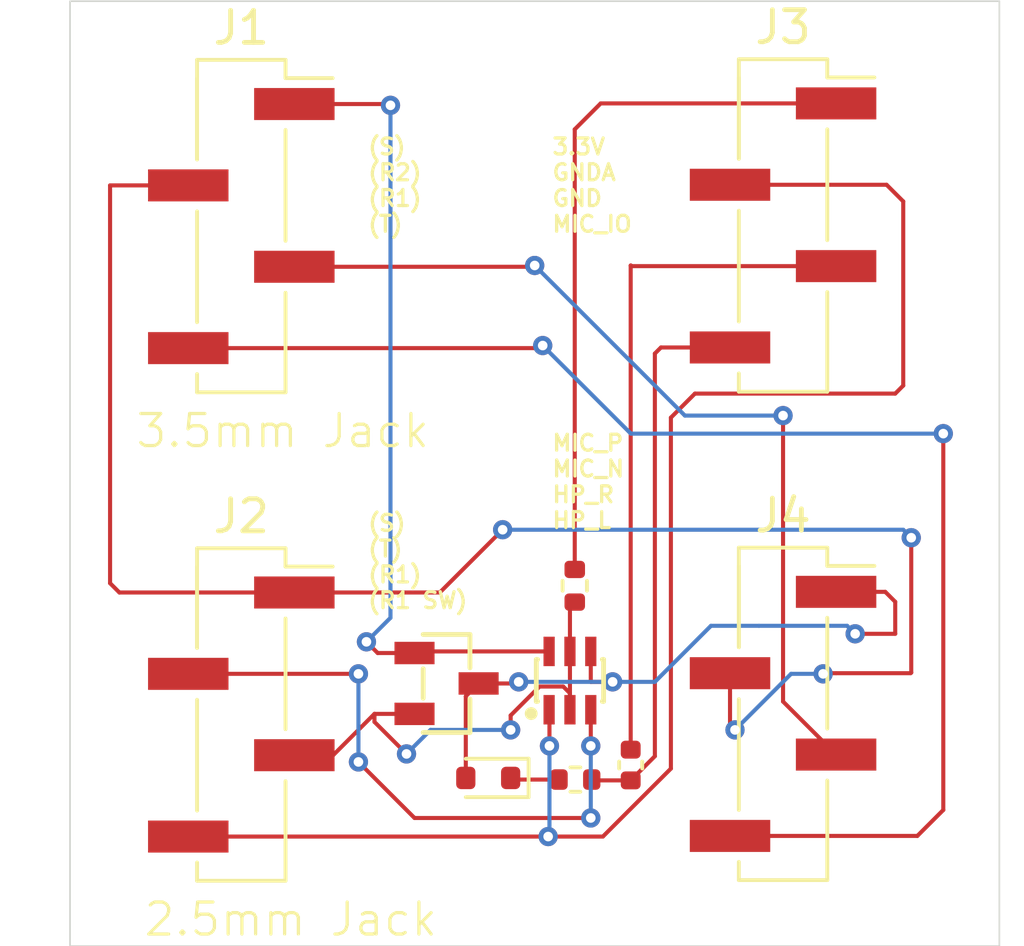
<source format=kicad_pcb>
(kicad_pcb (version 20241229) (generator "pcbnew") (generator_version "9.0")
  (layers (0 "F.Cu" signal) (2 "B.Cu" signal) (13 "F.Paste" user) (15 "B.Paste" user) (5 "F.SilkS" user "F.Silkscreen") (7 "B.SilkS" user "B.Silkscreen") (1 "F.Mask" user) (3 "B.Mask" user) (25 "Edge.Cuts" user))
  (net 0 "")
  (net 1 "GND")
  (net 2 "/MIC_IO")
  (net 3 "Net-(D7-K)")
  (net 4 "/MIC_P")
  (net 5 "Net-(J1-Pin_1)")
  (net 6 "/MIC_N")
  (net 7 "/HP_L")
  (net 8 "/HP_R")
  (net 9 "Net-(J2-Pin_2)")
  (net 10 "GNDA")
  (net 11 "+3.3V")
  (net 12 "Net-(J2-Pin_3)")
  (footprint "Connector_PinHeader_2.54mm:PinHeader_1x04_P2.54mm_Vertical_SMD_Pin1Right" (layer "F.Cu") (at 37.25 22)
    (property "Reference" "J3" (at 0 -6.19 0) (layer "F.SilkS"))
    (property "Value" "Conn_01x04_Socket")
    (fp_line (start -1.38 -5.19) (end -1.38 -2.08) (stroke (width 0.12)) (layer "F.SilkS"))
    (fp_line (start -1.38 -5.19) (end 1.38 -5.19) (stroke (width 0.12)) (layer "F.SilkS"))
    (fp_line (start -1.38 -4.62) (end -1.38 -2.08) (stroke (width 0.12)) (layer "F.SilkS"))
    (fp_line (start -1.38 -0.46) (end -1.38 3) (stroke (width 0.12)) (layer "F.SilkS"))
    (fp_line (start -1.38 4.62) (end -1.38 5.19) (stroke (width 0.12)) (layer "F.SilkS"))
    (fp_line (start -1.38 5.19) (end 1.38 5.19) (stroke (width 0.12)) (layer "F.SilkS"))
    (fp_line (start 1.38 -5.19) (end 1.38 -4.62) (stroke (width 0.12)) (layer "F.SilkS"))
    (fp_line (start 1.38 -4.62) (end 2.85 -4.62) (stroke (width 0.12)) (layer "F.SilkS"))
    (fp_line (start 1.38 -3) (end 1.38 0.46) (stroke (width 0.12)) (layer "F.SilkS"))
    (fp_line (start 1.38 2.08) (end 1.38 5.19) (stroke (width 0.12)) (layer "F.SilkS"))
    (pad "1" smd rect (at 1.655 -3.81) (size 2.51 1) (layers "F.Cu" "F.Mask" "F.Paste") (net 11 "+3.3V"))
    (pad "2" smd rect (at -1.655 -1.27) (size 2.51 1) (layers "F.Cu" "F.Mask" "F.Paste") (net 10 "GNDA"))
    (pad "3" smd rect (at 1.655 1.27) (size 2.51 1) (layers "F.Cu" "F.Mask" "F.Paste") (net 1 "GND"))
    (pad "4" smd rect (at -1.655 3.81) (size 2.51 1) (layers "F.Cu" "F.Mask" "F.Paste") (net 2 "/MIC_IO"))
  )
  (footprint "Resistor_SMD:R_0402_1005Metric" (layer "F.Cu") (at 30.75 33.25 90)
    (property "Reference" "R75" (hide yes))
    (property "Value" "4k7")
    (fp_line (start -0.153641 -0.38) (end 0.153641 -0.38) (stroke (width 0.12)) (layer "F.SilkS"))
    (fp_line (start -0.153641 0.38) (end 0.153641 0.38) (stroke (width 0.12)) (layer "F.SilkS"))
    (pad "1" smd roundrect (at -0.51 0 90) (size 0.54 0.64) (layers "F.Cu" "F.Mask" "F.Paste") (net 12 "Net-(J2-Pin_3)"))
    (pad "2" smd roundrect (at 0.51 0 90) (size 0.54 0.64) (layers "F.Cu" "F.Mask" "F.Paste") (net 11 "+3.3V"))
  )
  (footprint "Connector_PinHeader_2.54mm:PinHeader_1x04_P2.54mm_Vertical_SMD_Pin1Right" (layer "F.Cu") (at 20.345 22.02)
    (property "Reference" "J1" (at 0 -6.19 0) (layer "F.SilkS"))
    (property "Value" "Conn_01x04_Socket")
    (fp_line (start -1.38 -5.19) (end -1.38 -2.08) (stroke (width 0.12)) (layer "F.SilkS"))
    (fp_line (start -1.38 -5.19) (end 1.38 -5.19) (stroke (width 0.12)) (layer "F.SilkS"))
    (fp_line (start -1.38 -4.62) (end -1.38 -2.08) (stroke (width 0.12)) (layer "F.SilkS"))
    (fp_line (start -1.38 -0.46) (end -1.38 3) (stroke (width 0.12)) (layer "F.SilkS"))
    (fp_line (start -1.38 4.62) (end -1.38 5.19) (stroke (width 0.12)) (layer "F.SilkS"))
    (fp_line (start -1.38 5.19) (end 1.38 5.19) (stroke (width 0.12)) (layer "F.SilkS"))
    (fp_line (start 1.38 -5.19) (end 1.38 -4.62) (stroke (width 0.12)) (layer "F.SilkS"))
    (fp_line (start 1.38 -4.62) (end 2.85 -4.62) (stroke (width 0.12)) (layer "F.SilkS"))
    (fp_line (start 1.38 -3) (end 1.38 0.46) (stroke (width 0.12)) (layer "F.SilkS"))
    (fp_line (start 1.38 2.08) (end 1.38 5.19) (stroke (width 0.12)) (layer "F.SilkS"))
    (pad "1" smd rect (at 1.655 -3.81) (size 2.51 1) (layers "F.Cu" "F.Mask" "F.Paste") (net 5 "Net-(J1-Pin_1)"))
    (pad "2" smd rect (at -1.655 -1.27) (size 2.51 1) (layers "F.Cu" "F.Mask" "F.Paste") (net 6 "/MIC_N"))
    (pad "3" smd rect (at 1.655 1.27) (size 2.51 1) (layers "F.Cu" "F.Mask" "F.Paste") (net 8 "/HP_R"))
    (pad "4" smd rect (at -1.655 3.81) (size 2.51 1) (layers "F.Cu" "F.Mask" "F.Paste") (net 7 "/HP_L"))
  )
  (footprint "Connector_PinHeader_2.54mm:PinHeader_1x04_P2.54mm_Vertical_SMD_Pin1Right" (layer "F.Cu") (at 37.25 37.25)
    (property "Reference" "J4" (at 0 -6.19 0) (layer "F.SilkS"))
    (property "Value" "Conn_01x04_Socket")
    (fp_line (start -1.38 -5.19) (end -1.38 -2.08) (stroke (width 0.12)) (layer "F.SilkS"))
    (fp_line (start -1.38 -5.19) (end 1.38 -5.19) (stroke (width 0.12)) (layer "F.SilkS"))
    (fp_line (start -1.38 -4.62) (end -1.38 -2.08) (stroke (width 0.12)) (layer "F.SilkS"))
    (fp_line (start -1.38 -0.46) (end -1.38 3) (stroke (width 0.12)) (layer "F.SilkS"))
    (fp_line (start -1.38 4.62) (end -1.38 5.19) (stroke (width 0.12)) (layer "F.SilkS"))
    (fp_line (start -1.38 5.19) (end 1.38 5.19) (stroke (width 0.12)) (layer "F.SilkS"))
    (fp_line (start 1.38 -5.19) (end 1.38 -4.62) (stroke (width 0.12)) (layer "F.SilkS"))
    (fp_line (start 1.38 -4.62) (end 2.85 -4.62) (stroke (width 0.12)) (layer "F.SilkS"))
    (fp_line (start 1.38 -3) (end 1.38 0.46) (stroke (width 0.12)) (layer "F.SilkS"))
    (fp_line (start 1.38 2.08) (end 1.38 5.19) (stroke (width 0.12)) (layer "F.SilkS"))
    (pad "1" smd rect (at 1.655 -3.81) (size 2.51 1) (layers "F.Cu" "F.Mask" "F.Paste") (net 4 "/MIC_P"))
    (pad "2" smd rect (at -1.655 -1.27) (size 2.51 1) (layers "F.Cu" "F.Mask" "F.Paste") (net 6 "/MIC_N"))
    (pad "3" smd rect (at 1.655 1.27) (size 2.51 1) (layers "F.Cu" "F.Mask" "F.Paste") (net 8 "/HP_R"))
    (pad "4" smd rect (at -1.655 3.81) (size 2.51 1) (layers "F.Cu" "F.Mask" "F.Paste") (net 7 "/HP_L"))
  )
  (footprint "Resistor_SMD:R_0402_1005Metric" (layer "F.Cu") (at 30.77 39.3 180)
    (property "Reference" "R36" (hide yes))
    (property "Value" "47k")
    (fp_line (start -0.153641 0.38) (end 0.153641 0.38) (stroke (width 0.12)) (layer "F.SilkS"))
    (fp_line (start -0.153641 -0.38) (end 0.153641 -0.38) (stroke (width 0.12)) (layer "F.SilkS"))
    (pad "1" smd roundrect (at -0.51 0 180) (size 0.54 0.64) (layers "F.Cu" "F.Mask" "F.Paste") (net 2 "/MIC_IO"))
    (pad "2" smd roundrect (at 0.51 0 180) (size 0.54 0.64) (layers "F.Cu" "F.Mask" "F.Paste") (net 3 "Net-(D7-K)"))
  )
  (footprint "Hactar_Footprints:SOT-23-3_L2.9-W1.3-P1.90-LS2.4-BR" (layer "F.Cu") (at 26.75 36.3 180)
    (property "Reference" "Q3" (hide yes))
    (property "Value" "PMOS")
    (fp_line (start 0.73 1.53) (end -0.73 1.53) (stroke (width 0.15)) (layer "F.SilkS"))
    (fp_line (start 0.73 -0.46) (end 0.73 0.46) (stroke (width 0.15)) (layer "F.SilkS"))
    (fp_line (start 0.73 -1.53) (end -0.73 -1.53) (stroke (width 0.15)) (layer "F.SilkS"))
    (fp_line (start -0.73 1.53) (end -0.73 0.49) (stroke (width 0.15)) (layer "F.SilkS"))
    (fp_line (start -0.73 -1.53) (end -0.73 -0.49) (stroke (width 0.15)) (layer "F.SilkS"))
    (pad "1" smd rect (at 1 0.95 180) (size 1.25 0.7) (layers "F.Cu" "F.Mask" "F.Paste") (net 5 "Net-(J1-Pin_1)"))
    (pad "2" smd rect (at 1 -0.95 180) (size 1.25 0.7) (layers "F.Cu" "F.Mask" "F.Paste") (net 12 "Net-(J2-Pin_3)"))
    (pad "3" smd rect (at -1 0 180) (size 1.25 0.7) (layers "F.Cu" "F.Mask" "F.Paste") (net 4 "/MIC_P"))
  )
  (footprint "Diode_SMD:D_SOD-523" (layer "F.Cu") (at 28.05 39.25 180)
    (property "Reference" "D7" (hide yes))
    (property "Value" "1N4148WT")
    (fp_line (start 0.7 0.6) (end -1.26 0.6) (stroke (width 0.12)) (layer "F.SilkS"))
    (fp_line (start 0.7 -0.6) (end -1.26 -0.6) (stroke (width 0.12)) (layer "F.SilkS"))
    (fp_line (start -1.26 -0.6) (end -1.26 0.6) (stroke (width 0.12)) (layer "F.SilkS"))
    (pad "1" smd roundrect (at -0.7 0) (size 0.6 0.7) (layers "F.Cu" "F.Mask" "F.Paste") (net 3 "Net-(D7-K)"))
    (pad "2" smd roundrect (at 0.7 0) (size 0.6 0.7) (layers "F.Cu" "F.Mask" "F.Paste") (net 4 "/MIC_P"))
  )
  (footprint "Hactar_Footprints:SOT-363_L2.1-W1.3-P0.65-LS2.3-BL" (layer "F.Cu") (at 30.6 36.21)
    (property "Reference" "Q2" (hide yes))
    (property "Value" "Q_Dual_NMOS_S1G1D2S2G2D1")
    (fp_line (start -1.05 -0.66) (end -1.05 0.65) (stroke (width 0.15)) (layer "F.SilkS"))
    (fp_line (start -1.05 0.65) (end -1.01 0.65) (stroke (width 0.15)) (layer "F.SilkS"))
    (fp_line (start -1.01 -0.66) (end -1.04 -0.66) (stroke (width 0.15)) (layer "F.SilkS"))
    (fp_line (start 1.01 0.65) (end 1.05 0.65) (stroke (width 0.15)) (layer "F.SilkS"))
    (fp_line (start 1.05 -0.66) (end 1.01 -0.66) (stroke (width 0.15)) (layer "F.SilkS"))
    (fp_line (start 1.05 0.65) (end 1.05 -0.66) (stroke (width 0.15)) (layer "F.SilkS"))
    (fp_circle (center -1.21 1.03) (end -1.11 1.03) (stroke (width 0.2)) (fill no) (layer "F.SilkS"))
    (pad "1" smd rect (at -0.65 0.91) (size 0.35 0.92) (layers "F.Cu" "F.Mask" "F.Paste") (net 10 "GNDA"))
    (pad "2" smd rect (at 0 0.91) (size 0.35 0.92) (layers "F.Cu" "F.Mask" "F.Paste") (net 12 "Net-(J2-Pin_3)"))
    (pad "3" smd rect (at 0.65 0.91) (size 0.35 0.92) (layers "F.Cu" "F.Mask" "F.Paste") (net 9 "Net-(J2-Pin_2)"))
    (pad "4" smd rect (at 0.65 -0.91) (size 0.35 0.92) (layers "F.Cu" "F.Mask" "F.Paste") (net 4 "/MIC_P"))
    (pad "5" smd rect (at 0 -0.91) (size 0.35 0.92) (layers "F.Cu" "F.Mask" "F.Paste") (net 12 "Net-(J2-Pin_3)"))
    (pad "6" smd rect (at -0.65 -0.91) (size 0.35 0.92) (layers "F.Cu" "F.Mask" "F.Paste") (net 5 "Net-(J1-Pin_1)"))
  )
  (footprint "Capacitor_SMD:C_0402_1005Metric" (layer "F.Cu") (at 32.495572 38.846141 90)
    (property "Reference" "C49" (hide yes))
    (property "Value" "100n")
    (fp_line (start -0.107836 -0.36) (end 0.107836 -0.36) (stroke (width 0.12)) (layer "F.SilkS"))
    (fp_line (start -0.107836 0.36) (end 0.107836 0.36) (stroke (width 0.12)) (layer "F.SilkS"))
    (pad "1" smd roundrect (at -0.48 0 90) (size 0.56 0.62) (layers "F.Cu" "F.Mask" "F.Paste") (net 2 "/MIC_IO"))
    (pad "2" smd roundrect (at 0.48 0 90) (size 0.56 0.62) (layers "F.Cu" "F.Mask" "F.Paste") (net 1 "GND"))
  )
  (footprint "Connector_PinHeader_2.54mm:PinHeader_1x04_P2.54mm_Vertical_SMD_Pin1Right" (layer "F.Cu") (at 20.345 37.27)
    (property "Reference" "J2" (at 0 -6.19 0) (layer "F.SilkS"))
    (property "Value" "Conn_01x04_Socket")
    (fp_line (start -1.38 -5.19) (end -1.38 -2.08) (stroke (width 0.12)) (layer "F.SilkS"))
    (fp_line (start -1.38 -5.19) (end 1.38 -5.19) (stroke (width 0.12)) (layer "F.SilkS"))
    (fp_line (start -1.38 -4.62) (end -1.38 -2.08) (stroke (width 0.12)) (layer "F.SilkS"))
    (fp_line (start -1.38 -0.46) (end -1.38 3) (stroke (width 0.12)) (layer "F.SilkS"))
    (fp_line (start -1.38 4.62) (end -1.38 5.19) (stroke (width 0.12)) (layer "F.SilkS"))
    (fp_line (start -1.38 5.19) (end 1.38 5.19) (stroke (width 0.12)) (layer "F.SilkS"))
    (fp_line (start 1.38 -5.19) (end 1.38 -4.62) (stroke (width 0.12)) (layer "F.SilkS"))
    (fp_line (start 1.38 -4.62) (end 2.85 -4.62) (stroke (width 0.12)) (layer "F.SilkS"))
    (fp_line (start 1.38 -3) (end 1.38 0.46) (stroke (width 0.12)) (layer "F.SilkS"))
    (fp_line (start 1.38 2.08) (end 1.38 5.19) (stroke (width 0.12)) (layer "F.SilkS"))
    (pad "1" smd rect (at 1.655 -3.81) (size 2.51 1) (layers "F.Cu" "F.Mask" "F.Paste") (net 6 "/MIC_N"))
    (pad "2" smd rect (at -1.655 -1.27) (size 2.51 1) (layers "F.Cu" "F.Mask" "F.Paste") (net 9 "Net-(J2-Pin_2)"))
    (pad "3" smd rect (at 1.655 1.27) (size 2.51 1) (layers "F.Cu" "F.Mask" "F.Paste") (net 12 "Net-(J2-Pin_3)"))
    (pad "4" smd rect (at -1.655 3.81) (size 2.51 1) (layers "F.Cu" "F.Mask" "F.Paste") (net 10 "GNDA"))
  )
  (gr_rect (start 15 15) (end 44 44.5) (stroke (width 0.05)) (fill no) (layer "Edge.Cuts"))
  (gr_text "2.5mm Jack" (at 17.25 44.25 0) (layer "F.SilkS") (effects (font (size 1 1) (thickness 0.1)) (justify left bottom)))
  (gr_text "3.5mm Jack" (at 17 29 0) (layer "F.SilkS") (effects (font (size 1 1) (thickness 0.1)) (justify left bottom)))
  (gr_text "(S)\n(T)\n(R1)\n(R1 SW)" (at 24.25 34 0) (layer "F.SilkS") (effects (font (size 0.5 0.5) (thickness 0.1)) (justify left bottom)))
  (gr_text "MIC_P\nMIC_N\nHP_R\nHP_L" (at 30 31.5 0) (layer "F.SilkS") (effects (font (size 0.5 0.5) (thickness 0.1)) (justify left bottom)))
  (gr_text "(S)\n(R2)\n(R1)\n(T)" (at 24.25 22.25 0) (layer "F.SilkS") (effects (font (size 0.5 0.5) (thickness 0.1)) (justify left bottom)))
  (gr_text "3.3V\nGNDA\nGND\nMIC_IO" (at 30 22.25 0) (layer "F.SilkS") (effects (font (size 0.5 0.5) (thickness 0.1)) (justify left bottom)))
  (segment (start 32.495572 23.254428) (end 32.5 23.25) (width 0.127) (layer "F.Cu") (net 1))
  (segment (start 32.52 23.27) (end 38.905 23.27) (width 0.127) (layer "F.Cu") (net 1))
  (segment (start 32.5 23.25) (end 32.52 23.27) (width 0.127) (layer "F.Cu") (net 1))
  (segment (start 32.495572 38.366141) (end 32.495572 23.254428) (width 0.127) (layer "F.Cu") (net 1))
  (segment (start 33.25 26) (end 33.44 25.81) (width 0.127) (layer "F.Cu") (net 2))
  (segment (start 35.595 25.81) (end 33.44 25.81) (width 0.127) (layer "F.Cu") (net 2))
  (segment (start 33.25 38.571713) (end 33.25 26) (width 0.127) (layer "F.Cu") (net 2))
  (segment (start 32.495572 39.326141) (end 31.306141 39.326141) (width 0.127) (layer "F.Cu") (net 2))
  (segment (start 31.306141 39.326141) (end 31.28 39.3) (width 0.127) (layer "F.Cu") (net 2))
  (segment (start 32.495572 39.326141) (end 33.25 38.571713) (width 0.127) (layer "F.Cu") (net 2))
  (segment (start 28.8 39.3) (end 28.75 39.25) (width 0.127) (layer "F.Cu") (net 3))
  (segment (start 30.26 39.3) (end 28.8 39.3) (width 0.127) (layer "F.Cu") (net 3))
  (segment (start 31.25 36.25) (end 31.25 35.3) (width 0.127) (layer "F.Cu") (net 4))
  (segment (start 27.75 36.3) (end 28.95 36.3) (width 0.127) (layer "F.Cu") (net 4))
  (segment (start 39.5 34.75) (end 40.75 34.75) (width 0.127) (layer "F.Cu") (net 4))
  (segment (start 40.75 33.75) (end 40.44 33.44) (width 0.127) (layer "F.Cu") (net 4))
  (segment (start 40.44 33.44) (end 38.905 33.44) (width 0.127) (layer "F.Cu") (net 4))
  (segment (start 31.932072 36.25) (end 31.25 36.25) (width 0.127) (layer "F.Cu") (net 4))
  (segment (start 27.35 39.25) (end 27.35 36.7) (width 0.127) (layer "F.Cu") (net 4))
  (segment (start 27.35 36.7) (end 27.75 36.3) (width 0.127) (layer "F.Cu") (net 4))
  (segment (start 40.75 34.75) (end 40.75 33.75) (width 0.127) (layer "F.Cu") (net 4))
  (segment (start 28.95 36.3) (end 29 36.25) (width 0.127) (layer "F.Cu") (net 4))
  (via (at 31.932072 36.25) (size 0.6) (drill 0.3) (layers "F.Cu" "B.Cu") (net 4))
  (via (at 39.5 34.75) (size 0.6) (drill 0.3) (layers "F.Cu" "B.Cu") (net 4))
  (via (at 29 36.25) (size 0.6) (drill 0.3) (layers "F.Cu" "B.Cu") (net 4))
  (segment (start 29 36.25) (end 31.932072 36.25) (width 0.127) (layer "B.Cu") (net 4))
  (segment (start 36.5 34.5) (end 35 34.5) (width 0.127) (layer "B.Cu") (net 4))
  (segment (start 33.25 36.25) (end 31.932072 36.25) (width 0.127) (layer "B.Cu") (net 4))
  (segment (start 35 34.5) (end 33.25 36.25) (width 0.127) (layer "B.Cu") (net 4))
  (segment (start 39.25 34.5) (end 39.5 34.75) (width 0.127) (layer "B.Cu") (net 4))
  (segment (start 36.5 34.5) (end 39.25 34.5) (width 0.127) (layer "B.Cu") (net 4))
  (segment (start 24.96 18.21) (end 25 18.25) (width 0.127) (layer "F.Cu") (net 5))
  (segment (start 25.8 35.3) (end 25.75 35.35) (width 0.127) (layer "F.Cu") (net 5))
  (segment (start 24.25 35) (end 24.6 35.35) (width 0.127) (layer "F.Cu") (net 5))
  (segment (start 29.95 35.3) (end 25.8 35.3) (width 0.127) (layer "F.Cu") (net 5))
  (segment (start 22 18.21) (end 24.96 18.21) (width 0.127) (layer "F.Cu") (net 5))
  (segment (start 24.6 35.35) (end 25.75 35.35) (width 0.127) (layer "F.Cu") (net 5))
  (via (at 25 18.25) (size 0.6) (drill 0.3) (layers "F.Cu" "B.Cu") (net 5))
  (via (at 24.25 35) (size 0.6) (drill 0.3) (layers "F.Cu" "B.Cu") (net 5))
  (segment (start 25 34.25) (end 24.25 35) (width 0.127) (layer "B.Cu") (net 5))
  (segment (start 25 18.25) (end 25 34.25) (width 0.127) (layer "B.Cu") (net 5))
  (segment (start 26.54 33.46) (end 28.5 31.5) (width 0.127) (layer "F.Cu") (net 6))
  (segment (start 16.25 33.17) (end 16.54 33.46) (width 0.127) (layer "F.Cu") (net 6))
  (segment (start 18.69 20.75) (end 16.25 20.75) (width 0.127) (layer "F.Cu") (net 6))
  (segment (start 38.52 35.98) (end 38.5 36) (width 0.127) (layer "F.Cu") (net 6))
  (segment (start 41.25 31.75) (end 41.25 35.96) (width 0.127) (layer "F.Cu") (net 6))
  (segment (start 16.54 33.46) (end 26.54 33.46) (width 0.127) (layer "F.Cu") (net 6))
  (segment (start 41.25 35.96) (end 41.23 35.98) (width 0.127) (layer "F.Cu") (net 6))
  (segment (start 41.23 35.98) (end 38.905 35.98) (width 0.127) (layer "F.Cu") (net 6))
  (segment (start 35.75 37.75) (end 35.595 37.595) (width 0.127) (layer "F.Cu") (net 6))
  (segment (start 38.905 35.98) (end 38.52 35.98) (width 0.127) (layer "F.Cu") (net 6))
  (segment (start 16.25 20.75) (end 16.25 33.17) (width 0.127) (layer "F.Cu") (net 6))
  (segment (start 35.595 37.595) (end 35.595 35.98) (width 0.127) (layer "F.Cu") (net 6))
  (via (at 35.75 37.75) (size 0.6) (drill 0.3) (layers "F.Cu" "B.Cu") (net 6))
  (via (at 41.25 31.75) (size 0.6) (drill 0.3) (layers "F.Cu" "B.Cu") (net 6))
  (via (at 28.5 31.5) (size 0.6) (drill 0.3) (layers "F.Cu" "B.Cu") (net 6))
  (via (at 38.5 36) (size 0.6) (drill 0.3) (layers "F.Cu" "B.Cu") (net 6))
  (segment (start 28.5 31.5) (end 41 31.5) (width 0.127) (layer "B.Cu") (net 6))
  (segment (start 37.5 36) (end 35.75 37.75) (width 0.127) (layer "B.Cu") (net 6))
  (segment (start 41 31.5) (end 41.25 31.75) (width 0.127) (layer "B.Cu") (net 6))
  (segment (start 38.5 36) (end 37.5 36) (width 0.127) (layer "B.Cu") (net 6))
  (segment (start 42.25 40.25) (end 41.44 41.06) (width 0.127) (layer "F.Cu") (net 7))
  (segment (start 29.75 25.75) (end 29.67 25.83) (width 0.127) (layer "F.Cu") (net 7))
  (segment (start 42.25 28.5) (end 42.25 40.25) (width 0.127) (layer "F.Cu") (net 7))
  (segment (start 29.67 25.83) (end 18.69 25.83) (width 0.127) (layer "F.Cu") (net 7))
  (segment (start 41.44 41.06) (end 35.595 41.06) (width 0.127) (layer "F.Cu") (net 7))
  (via (at 42.25 28.5) (size 0.6) (drill 0.3) (layers "F.Cu" "B.Cu") (net 7))
  (via (at 29.75 25.75) (size 0.6) (drill 0.3) (layers "F.Cu" "B.Cu") (net 7))
  (segment (start 29.75 25.75) (end 32.5 28.5) (width 0.127) (layer "B.Cu") (net 7))
  (segment (start 32.5 28.5) (end 42.25 28.5) (width 0.127) (layer "B.Cu") (net 7))
  (segment (start 37.25 36.865) (end 38.905 38.52) (width 0.127) (layer "F.Cu") (net 8))
  (segment (start 22 23.29) (end 29.46 23.29) (width 0.127) (layer "F.Cu") (net 8))
  (segment (start 37.25 27.9365) (end 37.25 36.865) (width 0.127) (layer "F.Cu") (net 8))
  (segment (start 29.46 23.29) (end 29.5 23.25) (width 0.127) (layer "F.Cu") (net 8))
  (via (at 29.5 23.25) (size 0.6) (drill 0.3) (layers "F.Cu" "B.Cu") (net 8))
  (via (at 37.25 27.9365) (size 0.6) (drill 0.3) (layers "F.Cu" "B.Cu") (net 8))
  (segment (start 34.1865 27.9365) (end 37.25 27.9365) (width 0.127) (layer "B.Cu") (net 8))
  (segment (start 29.5 23.25) (end 34.1865 27.9365) (width 0.127) (layer "B.Cu") (net 8))
  (segment (start 31.25 38.25) (end 31.25 37.12) (width 0.127) (layer "F.Cu") (net 9))
  (segment (start 25.75 40.5) (end 31.25 40.5) (width 0.127) (layer "F.Cu") (net 9))
  (segment (start 24 38.75) (end 25.75 40.5) (width 0.127) (layer "F.Cu") (net 9))
  (segment (start 24 36) (end 18.69 36) (width 0.127) (layer "F.Cu") (net 9))
  (via (at 31.25 38.25) (size 0.6) (drill 0.3) (layers "F.Cu" "B.Cu") (net 9))
  (via (at 31.25 40.5) (size 0.6) (drill 0.3) (layers "F.Cu" "B.Cu") (net 9))
  (via (at 24 38.75) (size 0.6) (drill 0.3) (layers "F.Cu" "B.Cu") (net 9))
  (via (at 24 36) (size 0.6) (drill 0.3) (layers "F.Cu" "B.Cu") (net 9))
  (segment (start 31.25 40.5) (end 31.25 38.25) (width 0.127) (layer "B.Cu") (net 9))
  (segment (start 24 36) (end 24 38.75) (width 0.127) (layer "B.Cu") (net 9))
  (segment (start 33.75 28) (end 33.75 38.957643) (width 0.127) (layer "F.Cu") (net 10))
  (segment (start 30 41) (end 29.92 41.08) (width 0.127) (layer "F.Cu") (net 10))
  (segment (start 34.5 27.25) (end 33.75 28) (width 0.127) (layer "F.Cu") (net 10))
  (segment (start 40.75 27.25) (end 34.5 27.25) (width 0.127) (layer "F.Cu") (net 10))
  (segment (start 41 21.25) (end 41 27) (width 0.127) (layer "F.Cu") (net 10))
  (segment (start 29.960761 37.130761) (end 29.95 37.12) (width 0.127) (layer "F.Cu") (net 10))
  (segment (start 33.75 38.957643) (end 31.627643 41.08) (width 0.127) (layer "F.Cu") (net 10))
  (segment (start 40.48 20.73) (end 41 21.25) (width 0.127) (layer "F.Cu") (net 10))
  (segment (start 29.960761 38.25) (end 29.960761 37.130761) (width 0.127) (layer "F.Cu") (net 10))
  (segment (start 35.595 20.73) (end 40.48 20.73) (width 0.127) (layer "F.Cu") (net 10))
  (segment (start 31.627643 41.08) (end 29.92 41.08) (width 0.127) (layer "F.Cu") (net 10))
  (segment (start 41 27) (end 40.75 27.25) (width 0.127) (layer "F.Cu") (net 10))
  (segment (start 18.69 41.08) (end 29.92 41.08) (width 0.127) (layer "F.Cu") (net 10))
  (via (at 29.960761 38.25) (size 0.6) (drill 0.3) (layers "F.Cu" "B.Cu") (net 10))
  (via (at 29.92 41.08) (size 0.6) (drill 0.3) (layers "F.Cu" "B.Cu") (net 10))
  (segment (start 29.960761 41.039239) (end 29.92 41.08) (width 0.127) (layer "B.Cu") (net 10))
  (segment (start 29.960761 38.25) (end 29.960761 41.039239) (width 0.127) (layer "B.Cu") (net 10))
  (segment (start 30.75 32.74) (end 30.75 19) (width 0.127) (layer "F.Cu") (net 11))
  (segment (start 30.75 19) (end 31.56 18.19) (width 0.127) (layer "F.Cu") (net 11))
  (segment (start 31.56 18.19) (end 38.905 18.19) (width 0.127) (layer "F.Cu") (net 11))
  (segment (start 23.21 38.54) (end 24.5 37.25) (width 0.127) (layer "F.Cu") (net 12))
  (segment (start 25.5 38.5) (end 24.5 37.5) (width 0.127) (layer "F.Cu") (net 12))
  (segment (start 22 38.54) (end 23.21 38.54) (width 0.127) (layer "F.Cu") (net 12))
  (segment (start 30.6 37.12) (end 30.6 36.606) (width 0.127) (layer "F.Cu") (net 12))
  (segment (start 24.5 37.25) (end 25.75 37.25) (width 0.127) (layer "F.Cu") (net 12))
  (segment (start 30.3895 36.3955) (end 29.652824 36.3955) (width 0.127) (layer "F.Cu") (net 12))
  (segment (start 24.5 37.5) (end 24.5 37.25) (width 0.127) (layer "F.Cu") (net 12))
  (segment (start 30.6 35.3) (end 30.6 33.91) (width 0.127) (layer "F.Cu") (net 12))
  (segment (start 29.652824 36.3955) (end 28.75 37.298324) (width 0.127) (layer "F.Cu") (net 12))
  (segment (start 30.6 37.12) (end 30.6 35.3) (width 0.127) (layer "F.Cu") (net 12))
  (segment (start 30.6 36.606) (end 30.3895 36.3955) (width 0.127) (layer "F.Cu") (net 12))
  (segment (start 30.6 33.91) (end 30.75 33.76) (width 0.127) (layer "F.Cu") (net 12))
  (segment (start 28.75 37.298324) (end 28.75 37.75) (width 0.127) (layer "F.Cu") (net 12))
  (via (at 28.75 37.75) (size 0.6) (drill 0.3) (layers "F.Cu" "B.Cu") (net 12))
  (via (at 25.5 38.5) (size 0.6) (drill 0.3) (layers "F.Cu" "B.Cu") (net 12))
  (segment (start 26.25 37.75) (end 25.5 38.5) (width 0.127) (layer "B.Cu") (net 12))
  (segment (start 28.75 37.75) (end 26.25 37.75) (width 0.127) (layer "B.Cu") (net 12))
)
</source>
